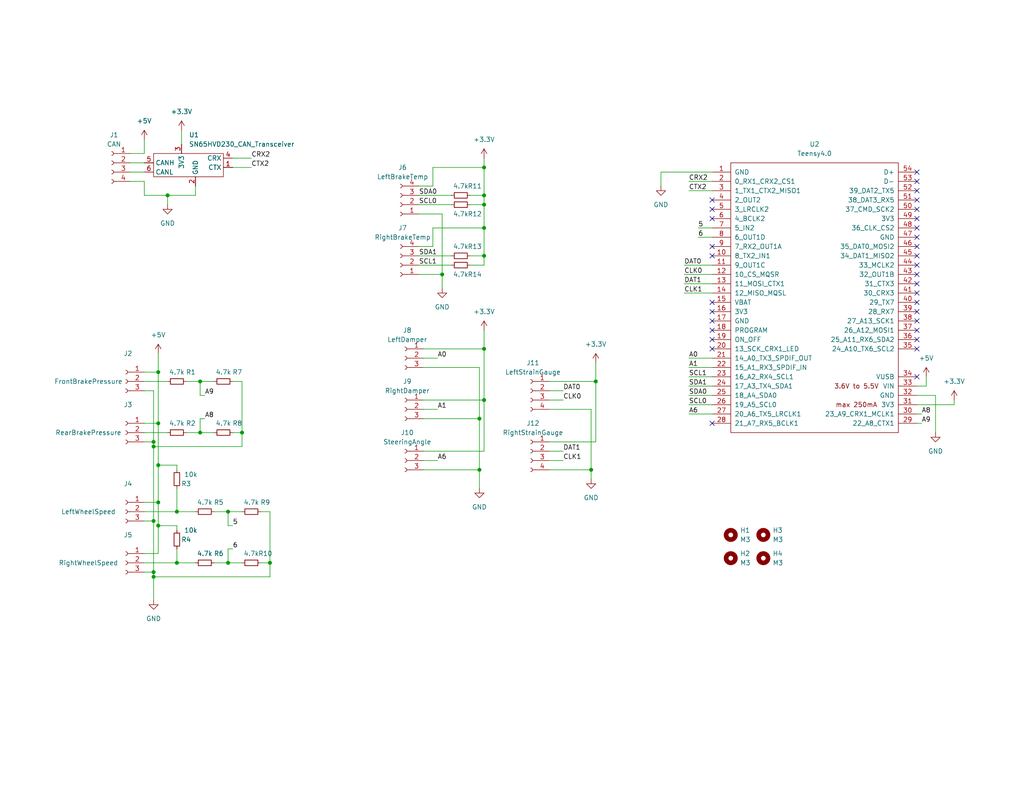
<source format=kicad_sch>
(kicad_sch (version 20211123) (generator eeschema)
  (paper "USLetter")
  (title_block (title "SDM-23 DAQ I/O Board") (date "2023-01-14") (rev "v1"))
  (lib_symbols
    (symbol "Connector:Conn_01x03_Female" (pin_names (offset 1.016) hide)
      (property "Reference" "J" (at 0 5.08 0))
      (property "Value" "Conn_01x03_Female" (at 0 -5.08 0))
      (symbol "Conn_01x03_Female_1_1"
        (arc (start 0 -2.032) (mid -0.508 -2.54) (end 0 -3.048) (stroke (width 0.1524)))
        (polyline (pts (xy -1.27 -2.54) (xy -0.508 -2.54)) (stroke (width 0.1524)))
        (polyline (pts (xy -1.27 0) (xy -0.508 0)) (stroke (width 0.1524)))
        (polyline (pts (xy -1.27 2.54) (xy -0.508 2.54)) (stroke (width 0.1524)))
        (arc (start 0 0.508) (mid -0.508 0) (end 0 -0.508) (stroke (width 0.1524)))
        (arc (start 0 3.048) (mid -0.508 2.54) (end 0 2.032) (stroke (width 0.1524)))
        (pin passive line (at -5.08 2.54 0) (length 3.81) (name "Pin_1") (number "1"))
        (pin passive line (at -5.08 0 0) (length 3.81) (name "Pin_2") (number "2"))
        (pin passive line (at -5.08 -2.54 0) (length 3.81) (name "Pin_3") (number "3"))
      )
    )
    (symbol "Connector:Conn_01x04_Female" (pin_names (offset 1.016) hide)
      (property "Reference" "J" (at 0 5.08 0))
      (property "Value" "Conn_01x04_Female" (at 0 -7.62 0))
      (symbol "Conn_01x04_Female_1_1"
        (arc (start 0 -4.572) (mid -0.508 -5.08) (end 0 -5.588) (stroke (width 0.1524)))
        (arc (start 0 -2.032) (mid -0.508 -2.54) (end 0 -3.048) (stroke (width 0.1524)))
        (polyline (pts (xy -1.27 -5.08) (xy -0.508 -5.08)) (stroke (width 0.1524)))
        (polyline (pts (xy -1.27 -2.54) (xy -0.508 -2.54)) (stroke (width 0.1524)))
        (polyline (pts (xy -1.27 0) (xy -0.508 0)) (stroke (width 0.1524)))
        (polyline (pts (xy -1.27 2.54) (xy -0.508 2.54)) (stroke (width 0.1524)))
        (arc (start 0 0.508) (mid -0.508 0) (end 0 -0.508) (stroke (width 0.1524)))
        (arc (start 0 3.048) (mid -0.508 2.54) (end 0 2.032) (stroke (width 0.1524)))
        (pin passive line (at -5.08 2.54 0) (length 3.81) (name "Pin_1") (number "1"))
        (pin passive line (at -5.08 0 0) (length 3.81) (name "Pin_2") (number "2"))
        (pin passive line (at -5.08 -2.54 0) (length 3.81) (name "Pin_3") (number "3"))
        (pin passive line (at -5.08 -5.08 0) (length 3.81) (name "Pin_4") (number "4"))
      )
    )
    (symbol "Device:R_Small" (pin_numbers hide) (pin_names (offset 0.254) hide)
      (property "Reference" "R" (at 0.762 0.508 0))
      (property "Value" "R_Small" (at 0.762 -1.016 0))
      (symbol "R_Small_0_1"
        (rectangle (start -0.762 1.778) (end 0.762 -1.778) (stroke (width 0.2032)))
      )
      (symbol "R_Small_1_1"
        (pin passive line (at 0 2.54 270) (length 0.762) (name "~") (number "1"))
        (pin passive line (at 0 -2.54 90) (length 0.762) (name "~") (number "2"))
      )
    )
    (symbol "Mechanical:MountingHole" (pin_names (offset 1.016))
      (property "Reference" "H" (at 0 5.08 0))
      (property "Value" "MountingHole" (at 0 3.175 0))
      (symbol "MountingHole_0_1"
        (circle (center 0 0) (radius 1.27) (stroke (width 1.27)))
      )
    )
    (symbol "SDM:SN65HVD230_CAN_Transceiver"
      (property "Reference" "U" (at 0 2.54 0))
      (property "Value" "SN65HVD230_CAN_Transceiver" (at 13.97 0 0))
      (symbol "SN65HVD230_CAN_Transceiver_0_1"
        (rectangle (start -8.89 -6.35) (end 10.16 -12.7))
      )
      (symbol "SN65HVD230_CAN_Transceiver_1_1"
        (pin input line (at 12.7 -10.16 180) (length 2.54) (name "CTX") (number "1"))
        (pin input line (at 2.54 -15.24 90) (length 2.54) (name "GND") (number "2"))
        (pin input line (at -1.27 -3.81 270) (length 2.54) (name "3V3") (number "3"))
        (pin input line (at 12.7 -7.62 180) (length 2.54) (name "CRX") (number "4"))
        (pin input line (at -11.43 -8.89 0) (length 2.54) (name "CANH") (number "5"))
        (pin input line (at -11.43 -11.43 0) (length 2.54) (name "CANL") (number "6"))
      )
    )
    (symbol "Teensy:Teensy4.0" (pin_names (offset 1.016))
      (property "Reference" "U" (at 0 39.37 0))
      (property "Value" "Teensy4.0" (at 0 -39.37 0))
      (symbol "Teensy4.0_0_0"
        (text "3.6V to 5.5V" (at 11.43 -24.13 0) (effects (font (size 1.27 1.27))))
        (text "max 250mA" (at 11.43 -29.21 0) (effects (font (size 1.27 1.27))))
        (pin bidirectional line (at -27.94 11.43 0) (length 5.08) (name "8_TX2_IN1") (number "10"))
        (pin bidirectional line (at -27.94 8.89 0) (length 5.08) (name "9_OUT1C") (number "11"))
        (pin bidirectional line (at -27.94 6.35 0) (length 5.08) (name "10_CS_MQSR") (number "12"))
        (pin bidirectional line (at -27.94 3.81 0) (length 5.08) (name "11_MOSI_CTX1") (number "13"))
        (pin bidirectional line (at -27.94 1.27 0) (length 5.08) (name "12_MISO_MQSL") (number "14"))
        (pin power_in line (at -27.94 -1.27 0) (length 5.08) (name "VBAT") (number "15"))
        (pin power_in line (at -27.94 -3.81 0) (length 5.08) (name "3V3") (number "16"))
        (pin power_in line (at -27.94 -6.35 0) (length 5.08) (name "GND") (number "17"))
        (pin input line (at -27.94 -8.89 0) (length 5.08) (name "PROGRAM") (number "18"))
        (pin input line (at -27.94 -11.43 0) (length 5.08) (name "ON_OFF") (number "19"))
        (pin bidirectional line (at -27.94 -13.97 0) (length 5.08) (name "13_SCK_CRX1_LED") (number "20"))
        (pin bidirectional line (at -27.94 -16.51 0) (length 5.08) (name "14_A0_TX3_SPDIF_OUT") (number "21"))
        (pin bidirectional line (at -27.94 -19.05 0) (length 5.08) (name "15_A1_RX3_SPDIF_IN") (number "22"))
        (pin bidirectional line (at -27.94 -21.59 0) (length 5.08) (name "16_A2_RX4_SCL1") (number "23"))
        (pin bidirectional line (at -27.94 -24.13 0) (length 5.08) (name "17_A3_TX4_SDA1") (number "24"))
        (pin bidirectional line (at -27.94 -26.67 0) (length 5.08) (name "18_A4_SDA0") (number "25"))
        (pin bidirectional line (at -27.94 -29.21 0) (length 5.08) (name "19_A5_SCL0") (number "26"))
        (pin bidirectional line (at -27.94 -31.75 0) (length 5.08) (name "20_A6_TX5_LRCLK1") (number "27"))
        (pin bidirectional line (at -27.94 -34.29 0) (length 5.08) (name "21_A7_RX5_BCLK1") (number "28"))
        (pin bidirectional line (at 27.94 -34.29 180) (length 5.08) (name "22_A8_CTX1") (number "29"))
        (pin bidirectional line (at 27.94 -31.75 180) (length 5.08) (name "23_A9_CRX1_MCLK1") (number "30"))
        (pin power_out line (at 27.94 -29.21 180) (length 5.08) (name "3V3") (number "31"))
        (pin power_in line (at 27.94 -26.67 180) (length 5.08) (name "GND") (number "32"))
        (pin power_in line (at 27.94 -24.13 180) (length 5.08) (name "VIN") (number "33"))
        (pin power_out line (at 27.94 -21.59 180) (length 5.08) (name "VUSB") (number "34"))
        (pin bidirectional line (at 27.94 -13.97 180) (length 5.08) (name "24_A10_TX6_SCL2") (number "35"))
        (pin bidirectional line (at 27.94 -11.43 180) (length 5.08) (name "25_A11_RX6_SDA2") (number "36"))
        (pin bidirectional line (at 27.94 -8.89 180) (length 5.08) (name "26_A12_MOSI1") (number "37"))
        (pin bidirectional line (at 27.94 -6.35 180) (length 5.08) (name "27_A13_SCK1") (number "38"))
        (pin bidirectional line (at 27.94 -3.81 180) (length 5.08) (name "28_RX7") (number "39"))
        (pin bidirectional line (at 27.94 -1.27 180) (length 5.08) (name "29_TX7") (number "40"))
        (pin bidirectional line (at 27.94 1.27 180) (length 5.08) (name "30_CRX3") (number "41"))
        (pin bidirectional line (at 27.94 3.81 180) (length 5.08) (name "31_CTX3") (number "42"))
        (pin bidirectional line (at 27.94 6.35 180) (length 5.08) (name "32_OUT1B") (number "43"))
        (pin bidirectional line (at 27.94 8.89 180) (length 5.08) (name "33_MCLK2") (number "44"))
        (pin bidirectional line (at 27.94 11.43 180) (length 5.08) (name "34_DAT1_MISO2") (number "45"))
        (pin bidirectional line (at 27.94 13.97 180) (length 5.08) (name "35_DAT0_MOSI2") (number "46"))
        (pin power_out line (at 27.94 16.51 180) (length 5.08) (name "GND") (number "47"))
        (pin bidirectional line (at 27.94 19.05 180) (length 5.08) (name "36_CLK_CS2") (number "48"))
        (pin power_out line (at 27.94 21.59 180) (length 5.08) (name "3V3") (number "49"))
        (pin bidirectional line (at -27.94 24.13 0) (length 5.08) (name "3_LRCLK2") (number "5"))
        (pin bidirectional line (at 27.94 24.13 180) (length 5.08) (name "37_CMD_SCK2") (number "50"))
        (pin bidirectional line (at 27.94 26.67 180) (length 5.08) (name "38_DAT3_RX5") (number "51"))
        (pin bidirectional line (at 27.94 29.21 180) (length 5.08) (name "39_DAT2_TX5") (number "52"))
        (pin bidirectional line (at 27.94 31.75 180) (length 5.08) (name "D-") (number "53"))
        (pin bidirectional line (at 27.94 34.29 180) (length 5.08) (name "D+") (number "54"))
        (pin bidirectional line (at -27.94 21.59 0) (length 5.08) (name "4_BCLK2") (number "6"))
        (pin bidirectional line (at -27.94 19.05 0) (length 5.08) (name "5_IN2") (number "7"))
        (pin bidirectional line (at -27.94 16.51 0) (length 5.08) (name "6_OUT1D") (number "8"))
        (pin bidirectional line (at -27.94 13.97 0) (length 5.08) (name "7_RX2_OUT1A") (number "9"))
      )
      (symbol "Teensy4.0_0_1"
        (rectangle (start -22.86 36.83) (end 22.86 -36.83))
        (rectangle (start -20.32 -31.75) (end -20.32 -31.75))
      )
      (symbol "Teensy4.0_1_1"
        (pin power_in line (at -27.94 34.29 0) (length 5.08) (name "GND") (number "1"))
        (pin bidirectional line (at -27.94 31.75 0) (length 5.08) (name "0_RX1_CRX2_CS1") (number "2"))
        (pin bidirectional line (at -27.94 29.21 0) (length 5.08) (name "1_TX1_CTX2_MISO1") (number "3"))
        (pin bidirectional line (at -27.94 26.67 0) (length 5.08) (name "2_OUT2") (number "4"))
      )
    )
    (symbol "power:+3.3V" (power) (pin_names (offset 0))
      (property "Value" "+3.3V" (at 0 3.556 0))
      (symbol "+3.3V_0_1"
        (polyline (pts (xy -0.762 1.27) (xy 0 2.54)))
        (polyline (pts (xy 0 0) (xy 0 2.54)))
        (polyline (pts (xy 0 2.54) (xy 0.762 1.27)))
      )
      (symbol "+3.3V_1_1"
        (pin power_in line (at 0 0 90) (length 0) hide (name "+3.3V") (number "1"))
      )
    )
    (symbol "power:+5V" (power) (pin_names (offset 0))
      (property "Value" "+5V" (at 0 3.556 0))
      (symbol "+5V_0_1"
        (polyline (pts (xy -0.762 1.27) (xy 0 2.54)))
        (polyline (pts (xy 0 0) (xy 0 2.54)))
        (polyline (pts (xy 0 2.54) (xy 0.762 1.27)))
      )
      (symbol "+5V_1_1"
        (pin power_in line (at 0 0 90) (length 0) hide (name "+5V") (number "1"))
      )
    )
    (symbol "power:GND" (power) (pin_names (offset 0))
      (property "Value" "GND" (at 0 -3.81 0))
      (symbol "GND_0_1"
        (polyline (pts (xy 0 0) (xy 0 -1.27) (xy 1.27 -1.27) (xy 0 -2.54) (xy -1.27 -1.27) (xy 0 -1.27)))
      )
      (symbol "GND_1_1"
        (pin power_in line (at 0 0 270) (length 0) hide (name "GND") (number "1"))
      )
    )
  )
  (junction (at 43.18 115.57))
  (junction (at 41.91 120.65))
  (junction (at 66.04 118.11))
  (junction (at 41.91 121.92))
  (junction (at 132.08 109.22))
  (junction (at 62.23 139.7))
  (junction (at 41.91 142.24))
  (junction (at 48.26 153.67))
  (junction (at 120.65 74.93))
  (junction (at 132.08 95.25))
  (junction (at 132.08 53.34))
  (junction (at 54.61 118.11))
  (junction (at 41.91 157.48))
  (junction (at 132.08 45.72))
  (junction (at 130.81 128.27))
  (junction (at 132.08 55.88))
  (junction (at 48.26 139.7))
  (junction (at 43.18 127))
  (junction (at 162.56 104.14))
  (junction (at 43.18 143.51))
  (junction (at 45.72 53.34))
  (junction (at 62.23 153.67))
  (junction (at 130.81 114.3))
  (junction (at 43.18 137.16))
  (junction (at 132.08 69.85))
  (junction (at 41.91 156.21))
  (junction (at 43.18 101.6))
  (junction (at 54.61 104.14))
  (junction (at 73.66 153.67))
  (junction (at 132.08 62.23))
  (junction (at 161.29 128.27))
  (no_connect (at 194.31 115.57))
  (no_connect (at 250.19 49.53))
  (no_connect (at 250.19 82.55))
  (no_connect (at 250.19 102.87))
  (no_connect (at 250.19 69.85))
  (no_connect (at 250.19 90.17))
  (no_connect (at 250.19 59.69))
  (no_connect (at 250.19 80.01))
  (no_connect (at 194.31 95.25))
  (no_connect (at 250.19 72.39))
  (no_connect (at 194.31 54.61))
  (no_connect (at 250.19 62.23))
  (no_connect (at 250.19 92.71))
  (no_connect (at 250.19 87.63))
  (no_connect (at 194.31 92.71))
  (no_connect (at 194.31 85.09))
  (no_connect (at 194.31 90.17))
  (no_connect (at 194.31 69.85))
  (no_connect (at 250.19 67.31))
  (no_connect (at 194.31 87.63))
  (no_connect (at 250.19 57.15))
  (no_connect (at 250.19 52.07))
  (no_connect (at 194.31 59.69))
  (no_connect (at 250.19 54.61))
  (no_connect (at 194.31 57.15))
  (no_connect (at 194.31 67.31))
  (no_connect (at 250.19 95.25))
  (no_connect (at 250.19 74.93))
  (no_connect (at 250.19 77.47))
  (no_connect (at 250.19 64.77))
  (no_connect (at 194.31 82.55))
  (no_connect (at 250.19 46.99))
  (no_connect (at 250.19 85.09))
  (wire (pts (xy 41.91 163.83) (xy 41.91 157.48)))
  (wire (pts (xy 130.81 100.33) (xy 130.81 114.3)))
  (wire (pts (xy 41.91 120.65) (xy 39.37 120.65)))
  (wire (pts (xy 115.57 111.76) (xy 119.38 111.76)))
  (wire (pts (xy 162.56 104.14) (xy 149.86 104.14)))
  (wire (pts (xy 114.3 67.31) (xy 118.11 67.31)))
  (wire (pts (xy 73.66 139.7) (xy 73.66 153.67)))
  (wire (pts (xy 55.88 107.95) (xy 54.61 107.95)))
  (wire (pts (xy 62.23 139.7) (xy 62.23 143.51)))
  (wire (pts (xy 187.96 110.49) (xy 194.31 110.49)))
  (wire (pts (xy 114.3 74.93) (xy 120.65 74.93)))
  (wire (pts (xy 132.08 55.88) (xy 132.08 62.23)))
  (wire (pts (xy 43.18 115.57) (xy 43.18 101.6)))
  (wire (pts (xy 115.57 109.22) (xy 132.08 109.22)))
  (wire (pts (xy 66.04 121.92) (xy 41.91 121.92)))
  (wire (pts (xy 55.88 114.3) (xy 54.61 114.3)))
  (wire (pts (xy 128.27 69.85) (xy 132.08 69.85)))
  (wire (pts (xy 63.5 43.18) (xy 68.58 43.18)))
  (wire (pts (xy 50.8 118.11) (xy 54.61 118.11)))
  (wire (pts (xy 186.69 77.47) (xy 194.31 77.47)))
  (wire (pts (xy 43.18 101.6) (xy 43.18 96.52)))
  (wire (pts (xy 54.61 104.14) (xy 58.42 104.14)))
  (wire (pts (xy 39.37 151.13) (xy 43.18 151.13)))
  (wire (pts (xy 43.18 137.16) (xy 43.18 127)))
  (wire (pts (xy 161.29 128.27) (xy 161.29 130.81)))
  (wire (pts (xy 66.04 104.14) (xy 66.04 118.11)))
  (wire (pts (xy 48.26 153.67) (xy 53.34 153.67)))
  (wire (pts (xy 63.5 45.72) (xy 68.58 45.72)))
  (wire (pts (xy 132.08 123.19) (xy 132.08 109.22)))
  (wire (pts (xy 43.18 151.13) (xy 43.18 143.51)))
  (wire (pts (xy 39.37 156.21) (xy 41.91 156.21)))
  (wire (pts (xy 118.11 45.72) (xy 132.08 45.72)))
  (wire (pts (xy 115.57 100.33) (xy 130.81 100.33)))
  (wire (pts (xy 260.35 110.49) (xy 260.35 109.22)))
  (wire (pts (xy 115.57 114.3) (xy 130.81 114.3)))
  (wire (pts (xy 71.12 139.7) (xy 73.66 139.7)))
  (wire (pts (xy 39.37 101.6) (xy 43.18 101.6)))
  (wire (pts (xy 180.34 46.99) (xy 180.34 50.8)))
  (wire (pts (xy 149.86 120.65) (xy 162.56 120.65)))
  (wire (pts (xy 48.26 149.86) (xy 48.26 153.67)))
  (wire (pts (xy 114.3 50.8) (xy 118.11 50.8)))
  (wire (pts (xy 255.27 107.95) (xy 255.27 118.11)))
  (wire (pts (xy 132.08 109.22) (xy 132.08 95.25)))
  (wire (pts (xy 58.42 139.7) (xy 62.23 139.7)))
  (wire (pts (xy 41.91 121.92) (xy 41.91 120.65)))
  (wire (pts (xy 41.91 142.24) (xy 41.91 121.92)))
  (wire (pts (xy 187.96 52.07) (xy 194.31 52.07)))
  (wire (pts (xy 187.96 97.79) (xy 194.31 97.79)))
  (wire (pts (xy 35.56 46.99) (xy 39.37 46.99)))
  (wire (pts (xy 149.86 123.19) (xy 153.67 123.19)))
  (wire (pts (xy 114.3 55.88) (xy 123.19 55.88)))
  (wire (pts (xy 48.26 144.78) (xy 48.26 143.51)))
  (wire (pts (xy 186.69 74.93) (xy 194.31 74.93)))
  (wire (pts (xy 66.04 118.11) (xy 66.04 121.92)))
  (wire (pts (xy 149.86 106.68) (xy 153.67 106.68)))
  (wire (pts (xy 128.27 53.34) (xy 132.08 53.34)))
  (wire (pts (xy 250.19 115.57) (xy 251.46 115.57)))
  (wire (pts (xy 39.37 38.1) (xy 39.37 41.91)))
  (wire (pts (xy 149.86 111.76) (xy 161.29 111.76)))
  (wire (pts (xy 132.08 72.39) (xy 132.08 69.85)))
  (wire (pts (xy 187.96 107.95) (xy 194.31 107.95)))
  (wire (pts (xy 63.5 149.86) (xy 62.23 149.86)))
  (wire (pts (xy 250.19 110.49) (xy 260.35 110.49)))
  (wire (pts (xy 128.27 55.88) (xy 132.08 55.88)))
  (wire (pts (xy 114.3 58.42) (xy 120.65 58.42)))
  (wire (pts (xy 39.37 106.68) (xy 41.91 106.68)))
  (wire (pts (xy 115.57 97.79) (xy 119.38 97.79)))
  (wire (pts (xy 54.61 107.95) (xy 54.61 104.14)))
  (wire (pts (xy 115.57 95.25) (xy 132.08 95.25)))
  (wire (pts (xy 41.91 142.24) (xy 41.91 156.21)))
  (wire (pts (xy 132.08 53.34) (xy 132.08 55.88)))
  (wire (pts (xy 71.12 153.67) (xy 73.66 153.67)))
  (wire (pts (xy 132.08 62.23) (xy 132.08 69.85)))
  (wire (pts (xy 187.96 113.03) (xy 194.31 113.03)))
  (wire (pts (xy 115.57 128.27) (xy 130.81 128.27)))
  (wire (pts (xy 132.08 45.72) (xy 132.08 53.34)))
  (wire (pts (xy 149.86 125.73) (xy 153.67 125.73)))
  (wire (pts (xy 39.37 118.11) (xy 45.72 118.11)))
  (wire (pts (xy 41.91 157.48) (xy 41.91 156.21)))
  (wire (pts (xy 190.5 64.77) (xy 194.31 64.77)))
  (wire (pts (xy 48.26 139.7) (xy 53.34 139.7)))
  (wire (pts (xy 41.91 157.48) (xy 73.66 157.48)))
  (wire (pts (xy 39.37 53.34) (xy 45.72 53.34)))
  (wire (pts (xy 62.23 139.7) (xy 66.04 139.7)))
  (wire (pts (xy 62.23 149.86) (xy 62.23 153.67)))
  (wire (pts (xy 118.11 62.23) (xy 132.08 62.23)))
  (wire (pts (xy 48.26 133.35) (xy 48.26 139.7)))
  (wire (pts (xy 115.57 125.73) (xy 119.38 125.73)))
  (wire (pts (xy 39.37 142.24) (xy 41.91 142.24)))
  (wire (pts (xy 130.81 114.3) (xy 130.81 128.27)))
  (wire (pts (xy 54.61 118.11) (xy 58.42 118.11)))
  (wire (pts (xy 39.37 49.53) (xy 39.37 53.34)))
  (wire (pts (xy 50.8 104.14) (xy 54.61 104.14)))
  (wire (pts (xy 73.66 153.67) (xy 73.66 157.48)))
  (wire (pts (xy 35.56 49.53) (xy 39.37 49.53)))
  (wire (pts (xy 252.73 102.87) (xy 252.73 105.41)))
  (wire (pts (xy 115.57 123.19) (xy 132.08 123.19)))
  (wire (pts (xy 35.56 44.45) (xy 39.37 44.45)))
  (wire (pts (xy 39.37 153.67) (xy 48.26 153.67)))
  (wire (pts (xy 114.3 53.34) (xy 123.19 53.34)))
  (wire (pts (xy 39.37 139.7) (xy 48.26 139.7)))
  (wire (pts (xy 43.18 143.51) (xy 43.18 137.16)))
  (wire (pts (xy 45.72 53.34) (xy 45.72 55.88)))
  (wire (pts (xy 43.18 127) (xy 43.18 115.57)))
  (wire (pts (xy 58.42 153.67) (xy 62.23 153.67)))
  (wire (pts (xy 161.29 111.76) (xy 161.29 128.27)))
  (wire (pts (xy 118.11 50.8) (xy 118.11 45.72)))
  (wire (pts (xy 250.19 107.95) (xy 255.27 107.95)))
  (wire (pts (xy 62.23 153.67) (xy 66.04 153.67)))
  (wire (pts (xy 180.34 46.99) (xy 194.31 46.99)))
  (wire (pts (xy 187.96 100.33) (xy 194.31 100.33)))
  (wire (pts (xy 250.19 105.41) (xy 252.73 105.41)))
  (wire (pts (xy 49.53 35.56) (xy 49.53 39.37)))
  (wire (pts (xy 130.81 128.27) (xy 130.81 133.35)))
  (wire (pts (xy 120.65 58.42) (xy 120.65 74.93)))
  (wire (pts (xy 63.5 118.11) (xy 66.04 118.11)))
  (wire (pts (xy 53.34 50.8) (xy 53.34 53.34)))
  (wire (pts (xy 48.26 128.27) (xy 48.26 127)))
  (wire (pts (xy 162.56 99.06) (xy 162.56 104.14)))
  (wire (pts (xy 186.69 80.01) (xy 194.31 80.01)))
  (wire (pts (xy 162.56 120.65) (xy 162.56 104.14)))
  (wire (pts (xy 53.34 53.34) (xy 45.72 53.34)))
  (wire (pts (xy 187.96 105.41) (xy 194.31 105.41)))
  (wire (pts (xy 41.91 106.68) (xy 41.91 120.65)))
  (wire (pts (xy 35.56 41.91) (xy 39.37 41.91)))
  (wire (pts (xy 114.3 72.39) (xy 123.19 72.39)))
  (wire (pts (xy 187.96 49.53) (xy 194.31 49.53)))
  (wire (pts (xy 190.5 62.23) (xy 194.31 62.23)))
  (wire (pts (xy 39.37 104.14) (xy 45.72 104.14)))
  (wire (pts (xy 63.5 143.51) (xy 62.23 143.51)))
  (wire (pts (xy 120.65 74.93) (xy 120.65 78.74)))
  (wire (pts (xy 118.11 67.31) (xy 118.11 62.23)))
  (wire (pts (xy 43.18 143.51) (xy 48.26 143.51)))
  (wire (pts (xy 128.27 72.39) (xy 132.08 72.39)))
  (wire (pts (xy 132.08 95.25) (xy 132.08 90.17)))
  (wire (pts (xy 132.08 43.18) (xy 132.08 45.72)))
  (wire (pts (xy 43.18 127) (xy 48.26 127)))
  (wire (pts (xy 149.86 128.27) (xy 161.29 128.27)))
  (wire (pts (xy 187.96 102.87) (xy 194.31 102.87)))
  (wire (pts (xy 114.3 69.85) (xy 123.19 69.85)))
  (wire (pts (xy 250.19 113.03) (xy 251.46 113.03)))
  (wire (pts (xy 63.5 104.14) (xy 66.04 104.14)))
  (wire (pts (xy 186.69 72.39) (xy 194.31 72.39)))
  (wire (pts (xy 54.61 114.3) (xy 54.61 118.11)))
  (wire (pts (xy 39.37 115.57) (xy 43.18 115.57)))
  (wire (pts (xy 39.37 137.16) (xy 43.18 137.16)))
  (wire (pts (xy 149.86 109.22) (xy 153.67 109.22)))
  (label "SDA1" (at 187.96 105.41 0))
  (label "SCL0" (at 187.96 110.49 0))
  (label "DAT1" (at 153.67 123.19 0))
  (label "6" (at 190.5 64.77 0))
  (label "CTX2" (at 68.58 45.72 0))
  (label "A6" (at 119.38 125.73 0))
  (label "A8" (at 55.88 114.3 0))
  (label "5" (at 190.5 62.23 0))
  (label "A1" (at 119.38 111.76 0))
  (label "CLK0" (at 186.69 74.93 0))
  (label "CRX2" (at 68.58 43.18 0))
  (label "CLK0" (at 153.67 109.22 0))
  (label "A9" (at 55.88 107.95 0))
  (label "A6" (at 187.96 113.03 0))
  (label "DAT0" (at 186.69 72.39 0))
  (label "5" (at 63.5 143.51 0))
  (label "A8" (at 251.46 113.03 0))
  (label "DAT1" (at 186.69 77.47 0))
  (label "SCL1" (at 187.96 102.87 0))
  (label "CLK1" (at 153.67 125.73 0))
  (label "A9" (at 251.46 115.57 0))
  (label "SCL1" (at 114.3 72.39 0))
  (label "A0" (at 187.96 97.79 0))
  (label "6" (at 63.5 149.86 0))
  (label "DAT0" (at 153.67 106.68 0))
  (label "SCL0" (at 114.3 55.88 0))
  (label "A0" (at 119.38 97.79 0))
  (label "CTX2" (at 187.96 52.07 0))
  (label "SDA1" (at 114.3 69.85 0))
  (label "SDA0" (at 114.3 53.34 0))
  (label "SDA0" (at 187.96 107.95 0))
  (label "CLK1" (at 186.69 80.01 0))
  (label "CRX2" (at 187.96 49.53 0))
  (label "A1" (at 187.96 100.33 0))
  (symbol (lib_id "Connector:Conn_01x03_Female") (at 110.49 125.73 0) (mirror y) (unit 1)
    (property "Reference" "J10" (at 111.125 118.11 0))
    (property "Value" "SteeringAngle" (at 111.125 120.65 0))
    (property "Footprint" "TerminalBlock_TE-Connectivity:TerminalBlock_TE_282834-3_1x03_P2.54mm_Horizontal" (effects hide))
  )
  (symbol (lib_id "Device:R_Small") (at 55.88 153.67 90) (unit 1)
    (property "Reference" "R6" (at 59.69 151.13 90))
    (property "Value" "4.7k" (at 55.88 151.13 90))
    (property "Footprint" "Resistor_THT:R_Axial_DIN0207_L6.3mm_D2.5mm_P10.16mm_Horizontal" (effects hide))
  )
  (symbol (lib_id "Connector:Conn_01x04_Female") (at 30.48 44.45 0) (mirror y) (unit 1)
    (property "Reference" "J1" (at 31.115 36.83 0))
    (property "Value" "CAN" (at 31.115 39.37 0))
    (property "Footprint" "TerminalBlock_TE-Connectivity:TerminalBlock_TE_282834-4_1x04_P2.54mm_Horizontal" (effects hide))
  )
  (symbol (lib_id "power:+3.3V") (at 49.53 35.56 0) (unit 1)
    (property "Reference" "#PWR0113" (effects hide))
    (property "Value" "+3.3V" (at 49.53 30.48 0))
  )
  (symbol (lib_id "Connector:Conn_01x04_Female") (at 109.22 72.39 180) (unit 1)
    (property "Reference" "J7" (at 109.855 62.23 0))
    (property "Value" "RightBrakeTemp" (at 109.855 64.77 0))
    (property "Footprint" "TerminalBlock_TE-Connectivity:TerminalBlock_TE_282834-4_1x04_P2.54mm_Horizontal" (effects hide))
  )
  (symbol (lib_id "power:+3.3V") (at 132.08 90.17 0) (unit 1)
    (property "Reference" "#PWR0105" (effects hide))
    (property "Value" "+3.3V" (at 132.08 85.09 0))
  )
  (symbol (lib_id "power:GND") (at 161.29 130.81 0) (unit 1)
    (property "Reference" "#PWR0104" (effects hide))
    (property "Value" "GND" (at 161.29 135.89 0))
  )
  (symbol (lib_id "power:GND") (at 130.81 133.35 0) (unit 1)
    (property "Reference" "#PWR0107" (effects hide))
    (property "Value" "GND" (at 130.81 138.43 0))
  )
  (symbol (lib_id "Device:R_Small") (at 125.73 72.39 90) (unit 1)
    (property "Reference" "R14" (at 129.54 74.93 90))
    (property "Value" "4.7k" (at 125.73 74.93 90))
    (property "Footprint" "Resistor_THT:R_Axial_DIN0207_L6.3mm_D2.5mm_P10.16mm_Horizontal" (effects hide))
  )
  (symbol (lib_id "power:+5V") (at 39.37 38.1 0) (unit 1)
    (property "Reference" "#PWR0115" (effects hide))
    (property "Value" "+5V" (at 39.37 33.02 0))
  )
  (symbol (lib_id "Device:R_Small") (at 125.73 53.34 90) (unit 1)
    (property "Reference" "R11" (at 129.54 50.8 90))
    (property "Value" "4.7k" (at 125.73 50.8 90))
    (property "Footprint" "Resistor_THT:R_Axial_DIN0207_L6.3mm_D2.5mm_P10.16mm_Horizontal" (effects hide))
  )
  (symbol (lib_id "Device:R_Small") (at 60.96 104.14 90) (unit 1)
    (property "Reference" "R7" (at 64.77 101.6 90))
    (property "Value" "4.7k" (at 60.96 101.6 90))
    (property "Footprint" "Resistor_THT:R_Axial_DIN0207_L6.3mm_D2.5mm_P10.16mm_Horizontal" (effects hide))
  )
  (symbol (lib_id "power:GND") (at 120.65 78.74 0) (unit 1)
    (property "Reference" "#PWR0109" (effects hide))
    (property "Value" "GND" (at 120.65 83.82 0))
  )
  (symbol (lib_id "Device:R_Small") (at 60.96 118.11 90) (unit 1)
    (property "Reference" "R8" (at 64.77 115.57 90))
    (property "Value" "4.7k" (at 60.96 115.57 90))
    (property "Footprint" "Resistor_THT:R_Axial_DIN0207_L6.3mm_D2.5mm_P10.16mm_Horizontal" (effects hide))
  )
  (symbol (lib_id "Device:R_Small") (at 125.73 69.85 90) (unit 1)
    (property "Reference" "R13" (at 129.54 67.31 90))
    (property "Value" "4.7k" (at 125.73 67.31 90))
    (property "Footprint" "Resistor_THT:R_Axial_DIN0207_L6.3mm_D2.5mm_P10.16mm_Horizontal" (effects hide))
  )
  (symbol (lib_id "power:+3.3V") (at 132.08 43.18 0) (unit 1)
    (property "Reference" "#PWR0110" (effects hide))
    (property "Value" "+3.3V" (at 132.08 38.1 0))
  )
  (symbol (lib_id "Connector:Conn_01x03_Female") (at 34.29 153.67 0) (mirror y) (unit 1)
    (property "Reference" "J5" (at 34.925 146.05 0))
    (property "Value" "RightWheelSpeed" (at 24.13 153.67 0))
    (property "Footprint" "TerminalBlock_TE-Connectivity:TerminalBlock_TE_282834-3_1x03_P2.54mm_Horizontal" (effects hide))
  )
  (symbol (lib_id "Device:R_Small") (at 125.73 55.88 90) (unit 1)
    (property "Reference" "R12" (at 129.54 58.42 90))
    (property "Value" "4.7k" (at 125.73 58.42 90))
    (property "Footprint" "Resistor_THT:R_Axial_DIN0207_L6.3mm_D2.5mm_P10.16mm_Horizontal" (effects hide))
  )
  (symbol (lib_id "Device:R_Small") (at 68.58 139.7 90) (unit 1)
    (property "Reference" "R9" (at 72.39 137.16 90))
    (property "Value" "4.7k" (at 68.58 137.16 90))
    (property "Footprint" "Resistor_THT:R_Axial_DIN0207_L6.3mm_D2.5mm_P10.16mm_Horizontal" (effects hide))
  )
  (symbol (lib_id "Connector:Conn_01x03_Female") (at 110.49 97.79 0) (mirror y) (unit 1)
    (property "Reference" "J8" (at 111.125 90.17 0))
    (property "Value" "LeftDamper" (at 111.125 92.71 0))
    (property "Footprint" "TerminalBlock_TE-Connectivity:TerminalBlock_TE_282834-3_1x03_P2.54mm_Horizontal" (effects hide))
  )
  (symbol (lib_id "Mechanical:MountingHole") (at 199.39 146.05 0) (unit 1)
    (property "Reference" "H1" (at 201.93 144.7799 0) (effects (justify left)))
    (property "Value" "M3" (at 201.93 147.3199 0) (effects (justify left)))
    (property "Footprint" "MountingHole:MountingHole_3.2mm_M3" (effects hide))
  )
  (symbol (lib_id "power:+5V") (at 43.18 96.52 0) (unit 1)
    (property "Reference" "#PWR0111" (effects hide))
    (property "Value" "+5V" (at 43.18 91.44 0))
  )
  (symbol (lib_id "Device:R_Small") (at 48.26 118.11 90) (unit 1)
    (property "Reference" "R2" (at 52.07 115.57 90))
    (property "Value" "4.7k" (at 48.26 115.57 90))
    (property "Footprint" "Resistor_THT:R_Axial_DIN0207_L6.3mm_D2.5mm_P10.16mm_Horizontal" (effects hide))
  )
  (symbol (lib_id "Device:R_Small") (at 48.26 130.81 0) (unit 1)
    (property "Reference" "R3" (at 50.8 132.08 0))
    (property "Value" "10k" (at 52.07 129.54 0))
    (property "Footprint" "Resistor_THT:R_Axial_DIN0207_L6.3mm_D2.5mm_P10.16mm_Horizontal" (effects hide))
  )
  (symbol (lib_id "power:+5V") (at 252.73 102.87 0) (unit 1)
    (property "Reference" "#PWR0101" (effects hide))
    (property "Value" "+5V" (at 252.73 97.79 0))
  )
  (symbol (lib_id "Mechanical:MountingHole") (at 208.28 146.05 0) (unit 1)
    (property "Reference" "H3" (at 210.82 144.7799 0) (effects (justify left)))
    (property "Value" "M3" (at 210.82 147.3199 0) (effects (justify left)))
    (property "Footprint" "MountingHole:MountingHole_3.2mm_M3" (effects hide))
  )
  (symbol (lib_id "Device:R_Small") (at 68.58 153.67 90) (unit 1)
    (property "Reference" "R10" (at 72.39 151.13 90))
    (property "Value" "4.7k" (at 68.58 151.13 90))
    (property "Footprint" "Resistor_THT:R_Axial_DIN0207_L6.3mm_D2.5mm_P10.16mm_Horizontal" (effects hide))
  )
  (symbol (lib_id "power:GND") (at 180.34 50.8 0) (unit 1)
    (property "Reference" "#PWR0108" (effects hide))
    (property "Value" "GND" (at 180.34 55.88 0))
  )
  (symbol (lib_id "Connector:Conn_01x03_Female") (at 110.49 111.76 0) (mirror y) (unit 1)
    (property "Reference" "J9" (at 111.125 104.14 0))
    (property "Value" "RightDamper" (at 111.125 106.68 0))
    (property "Footprint" "TerminalBlock_TE-Connectivity:TerminalBlock_TE_282834-3_1x03_P2.54mm_Horizontal" (effects hide))
  )
  (symbol (lib_id "SDM:SN65HVD230_CAN_Transceiver") (at 50.8 35.56 0) (unit 1)
    (property "Reference" "U1" (at 51.5494 36.83 0) (effects (justify left)))
    (property "Value" "SN65HVD230_CAN_Transceiver" (at 51.5494 39.37 0) (effects (justify left)))
    (property "Footprint" "SDM:SDM_CANBoard_v1" (effects hide))
  )
  (symbol (lib_id "Device:R_Small") (at 55.88 139.7 90) (unit 1)
    (property "Reference" "R5" (at 59.69 137.16 90))
    (property "Value" "4.7k" (at 55.88 137.16 90))
    (property "Footprint" "Resistor_THT:R_Axial_DIN0207_L6.3mm_D2.5mm_P10.16mm_Horizontal" (effects hide))
  )
  (symbol (lib_id "Connector:Conn_01x04_Female") (at 109.22 55.88 180) (unit 1)
    (property "Reference" "J6" (at 109.855 45.72 0))
    (property "Value" "LeftBrakeTemp" (at 109.855 48.26 0))
    (property "Footprint" "TerminalBlock_TE-Connectivity:TerminalBlock_TE_282834-4_1x04_P2.54mm_Horizontal" (effects hide))
  )
  (symbol (lib_id "Connector:Conn_01x04_Female") (at 144.78 123.19 0) (mirror y) (unit 1)
    (property "Reference" "J12" (at 145.415 115.57 0))
    (property "Value" "RightStrainGauge" (at 145.415 118.11 0))
    (property "Footprint" "TerminalBlock_TE-Connectivity:TerminalBlock_TE_282834-4_1x04_P2.54mm_Horizontal" (effects hide))
  )
  (symbol (lib_id "power:GND") (at 255.27 118.11 0) (unit 1)
    (property "Reference" "#PWR0103" (effects hide))
    (property "Value" "GND" (at 255.27 123.19 0))
  )
  (symbol (lib_id "Device:R_Small") (at 48.26 147.32 0) (unit 1)
    (property "Reference" "R4" (at 50.8 147.32 0))
    (property "Value" "10k" (at 52.07 144.78 0))
    (property "Footprint" "Resistor_THT:R_Axial_DIN0207_L6.3mm_D2.5mm_P10.16mm_Horizontal" (effects hide))
  )
  (symbol (lib_id "power:GND") (at 45.72 55.88 0) (unit 1)
    (property "Reference" "#PWR0114" (effects hide))
    (property "Value" "GND" (at 45.72 60.96 0))
  )
  (symbol (lib_id "Device:R_Small") (at 48.26 104.14 90) (unit 1)
    (property "Reference" "R1" (at 52.07 101.6 90))
    (property "Value" "4.7k" (at 48.26 101.6 90))
    (property "Footprint" "Resistor_THT:R_Axial_DIN0207_L6.3mm_D2.5mm_P10.16mm_Horizontal" (effects hide))
  )
  (symbol (lib_id "Mechanical:MountingHole") (at 208.28 152.4 0) (unit 1)
    (property "Reference" "H4" (at 210.82 151.1299 0) (effects (justify left)))
    (property "Value" "M3" (at 210.82 153.6699 0) (effects (justify left)))
    (property "Footprint" "MountingHole:MountingHole_3.2mm_M3" (effects hide))
  )
  (symbol (lib_id "power:+3.3V") (at 260.35 109.22 0) (unit 1)
    (property "Reference" "#PWR0102" (effects hide))
    (property "Value" "+3.3V" (at 260.35 104.14 0))
  )
  (symbol (lib_id "Connector:Conn_01x03_Female") (at 34.29 118.11 0) (mirror y) (unit 1)
    (property "Reference" "J3" (at 34.925 110.49 0))
    (property "Value" "RearBrakePressure" (at 24.13 118.11 0))
    (property "Footprint" "TerminalBlock_TE-Connectivity:TerminalBlock_TE_282834-3_1x03_P2.54mm_Horizontal" (effects hide))
  )
  (symbol (lib_id "Connector:Conn_01x03_Female") (at 34.29 104.14 0) (mirror y) (unit 1)
    (property "Reference" "J2" (at 34.925 96.52 0))
    (property "Value" "FrontBrakePressure" (at 24.13 104.14 0))
    (property "Footprint" "TerminalBlock_TE-Connectivity:TerminalBlock_TE_282834-3_1x03_P2.54mm_Horizontal" (effects hide))
  )
  (symbol (lib_id "Connector:Conn_01x03_Female") (at 34.29 139.7 0) (mirror y) (unit 1)
    (property "Reference" "J4" (at 34.925 132.08 0))
    (property "Value" "LeftWheelSpeed" (at 24.13 139.7 0))
    (property "Footprint" "TerminalBlock_TE-Connectivity:TerminalBlock_TE_282834-3_1x03_P2.54mm_Horizontal" (effects hide))
  )
  (symbol (lib_id "power:GND") (at 41.91 163.83 0) (unit 1)
    (property "Reference" "#PWR0112" (effects hide))
    (property "Value" "GND" (at 41.91 168.91 0))
  )
  (symbol (lib_id "Connector:Conn_01x04_Female") (at 144.78 106.68 0) (mirror y) (unit 1)
    (property "Reference" "J11" (at 145.415 99.06 0))
    (property "Value" "LeftStrainGauge" (at 145.415 101.6 0))
    (property "Footprint" "TerminalBlock_TE-Connectivity:TerminalBlock_TE_282834-4_1x04_P2.54mm_Horizontal" (effects hide))
  )
  (symbol (lib_id "power:+3.3V") (at 162.56 99.06 0) (unit 1)
    (property "Reference" "#PWR0106" (effects hide))
    (property "Value" "+3.3V" (at 162.56 93.98 0))
  )
  (symbol (lib_id "Teensy:Teensy4.0") (at 222.25 81.28 0) (unit 1)
    (property "Reference" "U2" (at 222.25 39.37 0))
    (property "Value" "Teensy4.0" (at 222.25 41.91 0))
    (property "Footprint" "Teensy:Teensy40" (effects hide))
  )
  (symbol (lib_id "Mechanical:MountingHole") (at 199.39 152.4 0) (unit 1)
    (property "Reference" "H2" (at 201.93 151.1299 0) (effects (justify left)))
    (property "Value" "M3" (at 201.93 153.6699 0) (effects (justify left)))
    (property "Footprint" "MountingHole:MountingHole_3.2mm_M3" (effects hide))
  )
)
</source>
